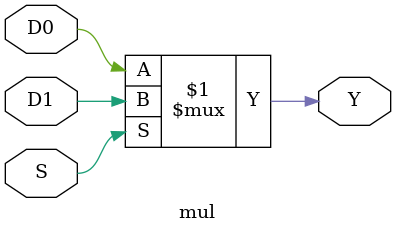
<source format=sv>
module mul (
  input  D0,
  input  D1,
  input  S,
  output Y
);
  assign Y = S ? D1 : D0;
endmodule

</source>
